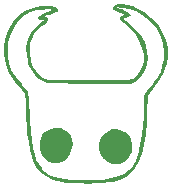
<source format=gbr>
%TF.GenerationSoftware,KiCad,Pcbnew,9.0.2-9.0.2-0~ubuntu24.04.1*%
%TF.CreationDate,2025-07-03T20:23:05-04:00*%
%TF.ProjectId,top,746f702e-6b69-4636-9164-5f7063625858,rev?*%
%TF.SameCoordinates,Original*%
%TF.FileFunction,Legend,Bot*%
%TF.FilePolarity,Positive*%
%FSLAX46Y46*%
G04 Gerber Fmt 4.6, Leading zero omitted, Abs format (unit mm)*
G04 Created by KiCad (PCBNEW 9.0.2-9.0.2-0~ubuntu24.04.1) date 2025-07-03 20:23:05*
%MOMM*%
%LPD*%
G01*
G04 APERTURE LIST*
%ADD10C,0.300000*%
%ADD11C,0.000000*%
G04 APERTURE END LIST*
D10*
D11*
%TO.C,  *%
G36*
X165615316Y-116598657D02*
G01*
X166036294Y-116797904D01*
X166343984Y-117082659D01*
X166541580Y-117472340D01*
X166606474Y-117948608D01*
X166576658Y-118271273D01*
X166411297Y-118748401D01*
X166110946Y-119148431D01*
X165686783Y-119453079D01*
X165358184Y-119559311D01*
X164957321Y-119554418D01*
X164568436Y-119427275D01*
X164230905Y-119191572D01*
X163984101Y-118861003D01*
X163921297Y-118717332D01*
X163814873Y-118241889D01*
X163828645Y-117740026D01*
X163963398Y-117272138D01*
X163993097Y-117209276D01*
X164118206Y-117012480D01*
X164293363Y-116865685D01*
X164570554Y-116721763D01*
X164712049Y-116662369D01*
X165178770Y-116553732D01*
X165615316Y-116598657D01*
G37*
G36*
X170562030Y-116699021D02*
G01*
X170972718Y-116862084D01*
X171118222Y-116940838D01*
X171372071Y-117167792D01*
X171534954Y-117485985D01*
X171625119Y-117925153D01*
X171640314Y-118136266D01*
X171584853Y-118618679D01*
X171394015Y-119016252D01*
X171068274Y-119327787D01*
X170953970Y-119403800D01*
X170748751Y-119530707D01*
X170614543Y-119600939D01*
X170315909Y-119651475D01*
X169940613Y-119595219D01*
X169568757Y-119434443D01*
X169249405Y-119184128D01*
X169179028Y-119105825D01*
X168924984Y-118696362D01*
X168813170Y-118258982D01*
X168838603Y-117821015D01*
X168996297Y-117409790D01*
X169281267Y-117052635D01*
X169688526Y-116776879D01*
X169910485Y-116687883D01*
X170223161Y-116641963D01*
X170562030Y-116699021D01*
G37*
G36*
X174691130Y-110496071D02*
G01*
X174571776Y-111171191D01*
X174512094Y-111356090D01*
X174233303Y-112015707D01*
X173862942Y-112676718D01*
X173435568Y-113275134D01*
X172990352Y-113821972D01*
X172921540Y-115278289D01*
X172874007Y-116071258D01*
X172772323Y-117104160D01*
X172628172Y-117996470D01*
X172436882Y-118757619D01*
X172193781Y-119397033D01*
X171894198Y-119924142D01*
X171533459Y-120348375D01*
X171106893Y-120679160D01*
X170609826Y-120925925D01*
X170037588Y-121098099D01*
X169664574Y-121161136D01*
X169140006Y-121213163D01*
X168532899Y-121247121D01*
X167883371Y-121262680D01*
X167231539Y-121259508D01*
X166617517Y-121237271D01*
X166081423Y-121195640D01*
X165663373Y-121134281D01*
X164954279Y-120936988D01*
X164336478Y-120653260D01*
X163843863Y-120294285D01*
X163487702Y-119866629D01*
X163311635Y-119502724D01*
X163144849Y-119008053D01*
X162994623Y-118416036D01*
X162867066Y-117758200D01*
X162768285Y-117066071D01*
X162704388Y-116371173D01*
X162681481Y-115705034D01*
X162678477Y-115353830D01*
X162667828Y-114905745D01*
X162651328Y-114502669D01*
X162630916Y-114202216D01*
X162620070Y-114091975D01*
X162589571Y-113878631D01*
X162536039Y-113707509D01*
X162438435Y-113538271D01*
X162275719Y-113330581D01*
X162026853Y-113044101D01*
X161689490Y-112629010D01*
X161232722Y-111902030D01*
X160933900Y-111157356D01*
X160791742Y-110389781D01*
X160795757Y-110148171D01*
X161080395Y-110148171D01*
X161089768Y-110427611D01*
X161191891Y-111070145D01*
X161415500Y-111674720D01*
X161771876Y-112267129D01*
X162272301Y-112873162D01*
X162304349Y-112907611D01*
X162468969Y-113083442D01*
X162599209Y-113231606D01*
X162700056Y-113372945D01*
X162776499Y-113528299D01*
X162833527Y-113718510D01*
X162876129Y-113964420D01*
X162909293Y-114286871D01*
X162938008Y-114706704D01*
X162967262Y-115244761D01*
X163002045Y-115921883D01*
X163002171Y-115924317D01*
X163061213Y-116829492D01*
X163139104Y-117594190D01*
X163240402Y-118237504D01*
X163369666Y-118778526D01*
X163531457Y-119236345D01*
X163730334Y-119630055D01*
X163970855Y-119978747D01*
X164012995Y-120031014D01*
X164286903Y-120314550D01*
X164596802Y-120525044D01*
X164984091Y-120685376D01*
X165490172Y-120818429D01*
X165562019Y-120833023D01*
X165962756Y-120890333D01*
X166471749Y-120935741D01*
X167046923Y-120967891D01*
X167646204Y-120985429D01*
X168227517Y-120987000D01*
X168748788Y-120971251D01*
X169167941Y-120936826D01*
X169870727Y-120823945D01*
X170480166Y-120660945D01*
X170971212Y-120441929D01*
X171363526Y-120155497D01*
X171676768Y-119790247D01*
X171930596Y-119334778D01*
X172030576Y-119085712D01*
X172191648Y-118544469D01*
X172333297Y-117889945D01*
X172451125Y-117151623D01*
X172540733Y-116358989D01*
X172597724Y-115541525D01*
X172617698Y-114728716D01*
X172617847Y-114627181D01*
X172626614Y-114232601D01*
X172661176Y-113930483D01*
X172738478Y-113679127D01*
X172875464Y-113436831D01*
X173089078Y-113161891D01*
X173396266Y-112812608D01*
X173502658Y-112690908D01*
X173815752Y-112270374D01*
X174038326Y-111837295D01*
X174191411Y-111343224D01*
X174296035Y-110739712D01*
X174331529Y-110156812D01*
X174246912Y-109401039D01*
X174010338Y-108694425D01*
X173623471Y-108041500D01*
X173087972Y-107446797D01*
X173042169Y-107404719D01*
X172493553Y-106958636D01*
X171967750Y-106649292D01*
X171436749Y-106463290D01*
X170872537Y-106387233D01*
X170253975Y-106360454D01*
X170628347Y-106469658D01*
X170736567Y-106505059D01*
X171006057Y-106620730D01*
X171250328Y-106757810D01*
X171427560Y-106890980D01*
X171495931Y-106994920D01*
X171459531Y-107082614D01*
X171301661Y-107190222D01*
X171059546Y-107252595D01*
X170963938Y-107266400D01*
X170913657Y-107295476D01*
X170950541Y-107357127D01*
X171088809Y-107471814D01*
X171342678Y-107659996D01*
X171736064Y-107986577D01*
X172269010Y-108596776D01*
X172682513Y-109312873D01*
X172791985Y-109604187D01*
X172901221Y-110103185D01*
X172939457Y-110623278D01*
X172904026Y-111110959D01*
X172792257Y-111512722D01*
X172625881Y-111841852D01*
X172282447Y-112306646D01*
X171869835Y-112632049D01*
X171535994Y-112823623D01*
X167993067Y-112808182D01*
X164450139Y-112792741D01*
X164068518Y-112596352D01*
X163766377Y-112395481D01*
X163400111Y-112036180D01*
X163082389Y-111599331D01*
X162850868Y-111130273D01*
X162783170Y-110917298D01*
X162690403Y-110390710D01*
X162675920Y-109835039D01*
X162739019Y-109306977D01*
X162878996Y-108863215D01*
X162885761Y-108848884D01*
X163062816Y-108545266D01*
X163302179Y-108222180D01*
X163568845Y-107919530D01*
X163827807Y-107677220D01*
X164044059Y-107535152D01*
X164244512Y-107449115D01*
X164004133Y-107418345D01*
X163848622Y-107387596D01*
X163694553Y-107301985D01*
X163682758Y-107184577D01*
X163806546Y-107045830D01*
X164059226Y-106896207D01*
X164434106Y-106746165D01*
X164641916Y-106671235D01*
X164797876Y-106596209D01*
X164813078Y-106547029D01*
X164682887Y-106521580D01*
X164402663Y-106517745D01*
X163967771Y-106533408D01*
X163542629Y-106576852D01*
X162999636Y-106728615D01*
X162527357Y-106999908D01*
X162089298Y-107407717D01*
X161686039Y-107932331D01*
X161345513Y-108599861D01*
X161145230Y-109334132D01*
X161080395Y-110148171D01*
X160795757Y-110148171D01*
X160804965Y-109594102D01*
X160972287Y-108765115D01*
X161184398Y-108185551D01*
X161550352Y-107549443D01*
X162016800Y-107028329D01*
X162574232Y-106630356D01*
X163213137Y-106363671D01*
X163924007Y-106236420D01*
X164362236Y-106224044D01*
X164764116Y-106253581D01*
X165082034Y-106321338D01*
X165291063Y-106421899D01*
X165366278Y-106549848D01*
X165360490Y-106616164D01*
X165314867Y-106701497D01*
X165199486Y-106776650D01*
X164985770Y-106857942D01*
X164645142Y-106961696D01*
X164400625Y-107036480D01*
X164273601Y-107090850D01*
X164261796Y-107134618D01*
X164344669Y-107182906D01*
X164481179Y-107277519D01*
X164515495Y-107426760D01*
X164396836Y-107604683D01*
X164126838Y-107806602D01*
X163861605Y-107994297D01*
X163439528Y-108437502D01*
X163118784Y-109001573D01*
X163014759Y-109364591D01*
X162964876Y-109832437D01*
X162973692Y-110333438D01*
X163040034Y-110808864D01*
X163162728Y-111199985D01*
X163262855Y-111392586D01*
X163507320Y-111749556D01*
X163795369Y-112068699D01*
X164091783Y-112313377D01*
X164361344Y-112446951D01*
X164364020Y-112447645D01*
X164522687Y-112466646D01*
X164828037Y-112483000D01*
X165266969Y-112496463D01*
X165826378Y-112506790D01*
X166493163Y-112513737D01*
X167254221Y-112517061D01*
X168096449Y-112516517D01*
X168765836Y-112514397D01*
X169485035Y-112511247D01*
X170071220Y-112506940D01*
X170539637Y-112500780D01*
X170905529Y-112492070D01*
X171184140Y-112480116D01*
X171390714Y-112464219D01*
X171540495Y-112443684D01*
X171648727Y-112417816D01*
X171730654Y-112385916D01*
X171801521Y-112347290D01*
X172063358Y-112129215D01*
X172337014Y-111740566D01*
X172558786Y-111228376D01*
X172627864Y-110913726D01*
X172622806Y-110387685D01*
X172494934Y-109801751D01*
X172247503Y-109177366D01*
X171984292Y-108711820D01*
X171523370Y-108151654D01*
X170935048Y-107675654D01*
X170736003Y-107519713D01*
X170594187Y-107327512D01*
X170599518Y-107164480D01*
X170754764Y-107040369D01*
X170870911Y-106978053D01*
X170935048Y-106913285D01*
X170876282Y-106874144D01*
X170700632Y-106807102D01*
X170448956Y-106730150D01*
X170239770Y-106668409D01*
X170066467Y-106597262D01*
X169993481Y-106521319D01*
X169988231Y-106418546D01*
X170033479Y-106289837D01*
X170206748Y-106138804D01*
X170482890Y-106062478D01*
X170839067Y-106058302D01*
X171252437Y-106123718D01*
X171700161Y-106256165D01*
X172159397Y-106453087D01*
X172607305Y-106711924D01*
X172611632Y-106714803D01*
X173248842Y-107217179D01*
X173781051Y-107796225D01*
X174199821Y-108432788D01*
X174496715Y-109107717D01*
X174663297Y-109801862D01*
X174677528Y-110156812D01*
X174691130Y-110496071D01*
G37*
%TD*%
M02*

</source>
